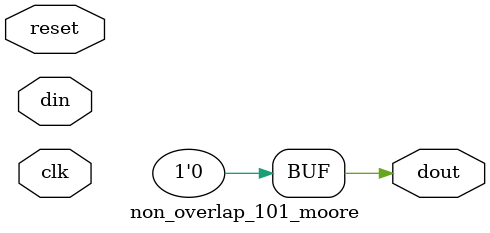
<source format=v>
`timescale 1ns / 1ps


module non_overlap_101_moore(

     input clk,reset,din,
     output reg  dout);
     parameter s0=2'b00,
     s1=2'b00,
     s2=2'b00,
     s3=2'b00;
     reg[1:0]state,next_state;
     reg dout_reg;
    
     always@ (posedge clk or posedge reset)begin
     if(reset)
     state<=s0;
     else
     state<=next_state;
     end
     always@(*)begin
     next_state=state;
     dout=1'b0;
     case(state)
     s0:begin
     if(din)
     next_state=s1;
     else
     next_state=s0;
     end
     s1:begin
     if(~din)
     next_state=s2;
     else
     next_state=s1;
     end
     s2:begin
     if(din)begin
     next_state=s0;
     dout=1'b1;
     end else begin
     next_state=s0;
     end
     dout=(state== s2 && din)?1'b1:1'b0;
     end
     endcase
     end
     endmodule
      


</source>
